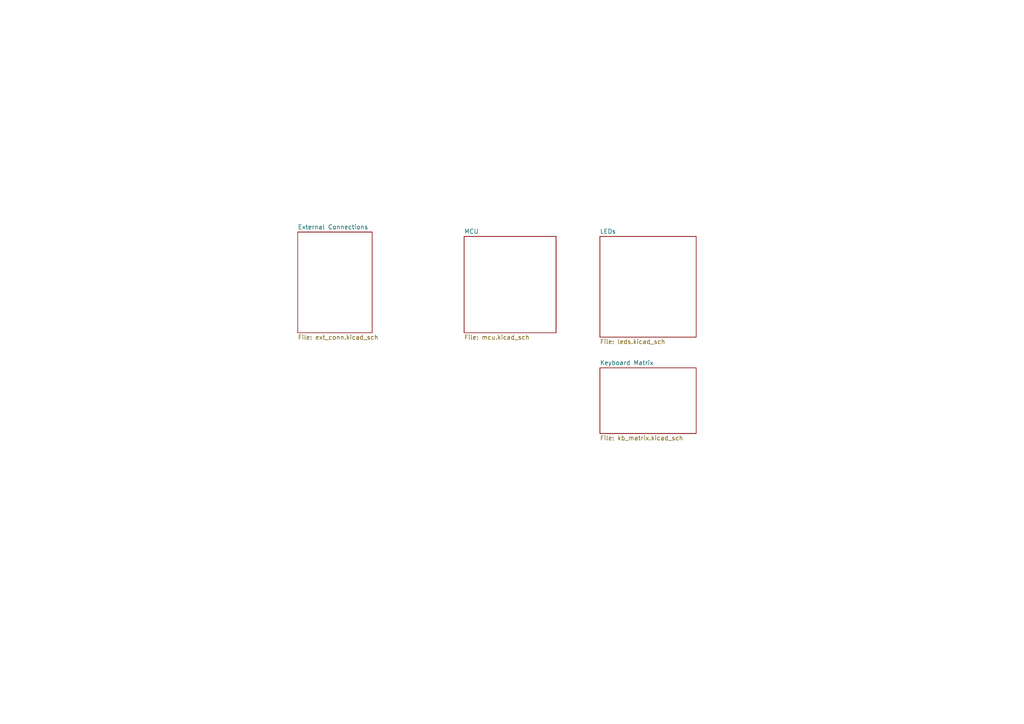
<source format=kicad_sch>
(kicad_sch (version 20211123) (generator eeschema)
  (paper "A4")
  (lib_symbols)
  (sheet (at 173.99 106.68) (size 27.94 19.05) (stroke (width 0.1524))
    (property "Sheet name" "Keyboard Matrix" (at 173.99 105.9684 0) (effects (justify left bottom)))
    (property "Sheet file" "kb_matrix.kicad_sch" (at 173.99 126.3146 0) (effects (justify left top)))
  )
  (sheet (at 173.99 68.58) (size 27.94 29.21) (stroke (width 0.1524))
    (property "Sheet name" "LEDs" (at 173.99 67.8684 0) (effects (justify left bottom)))
    (property "Sheet file" "leds.kicad_sch" (at 173.99 98.3746 0) (effects (justify left top)))
  )
  (sheet (at 86.36 67.31) (size 21.59 29.21) (stroke (width 0.1524))
    (property "Sheet name" "External Connections" (at 86.36 66.5984 0) (effects (justify left bottom)))
    (property "Sheet file" "ext_conn.kicad_sch" (at 86.36 97.1046 0) (effects (justify left top)))
  )
  (sheet (at 134.62 68.58) (size 26.67 27.94) (stroke (width 0.1524))
    (property "Sheet name" "MCU" (at 134.62 67.8684 0) (effects (justify left bottom)))
    (property "Sheet file" "mcu.kicad_sch" (at 134.62 97.1046 0) (effects (justify left top)))
  )
)
</source>
